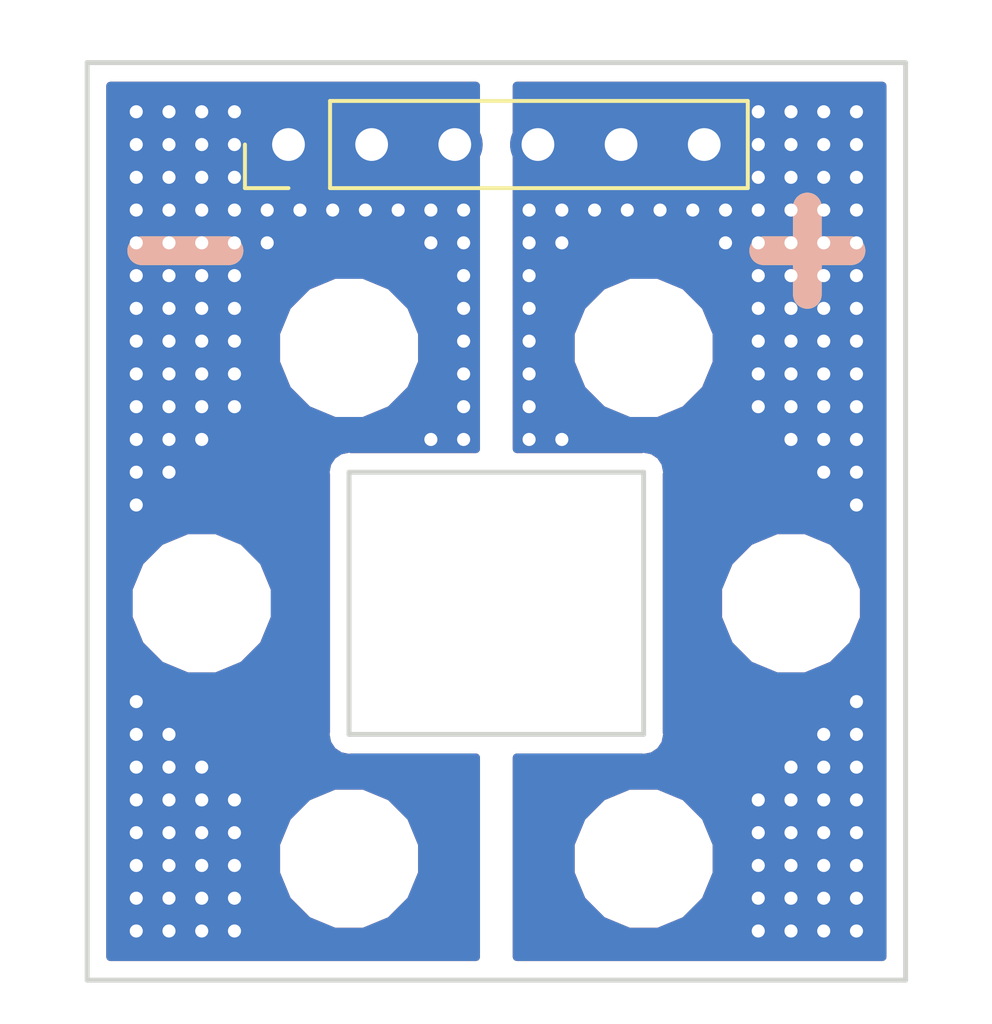
<source format=kicad_pcb>
(kicad_pcb (version 20171130) (host pcbnew 5.0.2-bee76a0~70~ubuntu18.04.1)

  (general
    (thickness 1.6)
    (drawings 13)
    (tracks 178)
    (zones 0)
    (modules 11)
    (nets 3)
  )

  (page A4)
  (layers
    (0 F.Cu signal)
    (31 B.Cu signal)
    (32 B.Adhes user)
    (33 F.Adhes user)
    (34 B.Paste user)
    (35 F.Paste user)
    (36 B.SilkS user)
    (37 F.SilkS user)
    (38 B.Mask user)
    (39 F.Mask user)
    (40 Dwgs.User user)
    (41 Cmts.User user)
    (42 Eco1.User user)
    (43 Eco2.User user)
    (44 Edge.Cuts user)
    (45 Margin user)
    (46 B.CrtYd user)
    (47 F.CrtYd user)
    (48 B.Fab user)
    (49 F.Fab user)
  )

  (setup
    (last_trace_width 0.25)
    (trace_clearance 0.2)
    (zone_clearance 0.508)
    (zone_45_only no)
    (trace_min 0.2)
    (segment_width 0.2)
    (edge_width 0.15)
    (via_size 0.8)
    (via_drill 0.4)
    (via_min_size 0.4)
    (via_min_drill 0.3)
    (uvia_size 0.3)
    (uvia_drill 0.1)
    (uvias_allowed no)
    (uvia_min_size 0.2)
    (uvia_min_drill 0.1)
    (pcb_text_width 0.3)
    (pcb_text_size 1.5 1.5)
    (mod_edge_width 0.15)
    (mod_text_size 1 1)
    (mod_text_width 0.15)
    (pad_size 1.524 1.524)
    (pad_drill 0.762)
    (pad_to_mask_clearance 0.051)
    (solder_mask_min_width 0.25)
    (aux_axis_origin 0 0)
    (visible_elements FFFFFF7F)
    (pcbplotparams
      (layerselection 0x010fc_ffffffff)
      (usegerberextensions false)
      (usegerberattributes false)
      (usegerberadvancedattributes false)
      (creategerberjobfile false)
      (excludeedgelayer true)
      (linewidth 0.100000)
      (plotframeref false)
      (viasonmask false)
      (mode 1)
      (useauxorigin false)
      (hpglpennumber 1)
      (hpglpenspeed 20)
      (hpglpendiameter 15.000000)
      (psnegative false)
      (psa4output false)
      (plotreference true)
      (plotvalue true)
      (plotinvisibletext false)
      (padsonsilk false)
      (subtractmaskfromsilk false)
      (outputformat 1)
      (mirror false)
      (drillshape 1)
      (scaleselection 1)
      (outputdirectory ""))
  )

  (net 0 "")
  (net 1 VEE)
  (net 2 VDD)

  (net_class Default "This is the default net class."
    (clearance 0.2)
    (trace_width 0.25)
    (via_dia 0.8)
    (via_drill 0.4)
    (uvia_dia 0.3)
    (uvia_drill 0.1)
    (add_net VDD)
    (add_net VEE)
  )

  (module MountingHole:MountingHole_3.2mm_M3 (layer F.Cu) (tedit 603AA63E) (tstamp 60504B44)
    (at 141 100)
    (descr "Mounting Hole 3.2mm, no annular, M3")
    (tags "mounting hole 3.2mm no annular m3")
    (path /603A9329)
    (attr virtual)
    (fp_text reference H1 (at 0 -4.2) (layer F.SilkS) hide
      (effects (font (size 1 1) (thickness 0.15)))
    )
    (fp_text value MountingHole (at 0 4.2) (layer F.Fab)
      (effects (font (size 1 1) (thickness 0.15)))
    )
    (fp_text user %R (at 0.3 0) (layer F.Fab)
      (effects (font (size 1 1) (thickness 0.15)))
    )
    (fp_circle (center 0 0) (end 3.2 0) (layer Cmts.User) (width 0.15))
    (fp_circle (center 0 0) (end 3.45 0) (layer F.CrtYd) (width 0.05))
    (pad 1 np_thru_hole circle (at 0 0) (size 3.2 3.2) (drill 3.2) (layers *.Cu *.Mask))
  )

  (module MountingHole:MountingHole_3.2mm_M3 (layer F.Cu) (tedit 603AA639) (tstamp 60504AC6)
    (at 145.5 92.205772)
    (descr "Mounting Hole 3.2mm, no annular, M3")
    (tags "mounting hole 3.2mm no annular m3")
    (path /603A9363)
    (attr virtual)
    (fp_text reference H2 (at 0 -4.2) (layer F.SilkS) hide
      (effects (font (size 1 1) (thickness 0.15)))
    )
    (fp_text value MountingHole (at 0 4.2) (layer F.Fab)
      (effects (font (size 1 1) (thickness 0.15)))
    )
    (fp_circle (center 0 0) (end 3.45 0) (layer F.CrtYd) (width 0.05))
    (fp_circle (center 0 0) (end 3.2 0) (layer Cmts.User) (width 0.15))
    (fp_text user %R (at 0.3 0) (layer F.Fab)
      (effects (font (size 1 1) (thickness 0.15)))
    )
    (pad 1 np_thru_hole circle (at 0 0) (size 3.2 3.2) (drill 3.2) (layers *.Cu *.Mask))
  )

  (module MountingHole:MountingHole_3.2mm_M3 (layer F.Cu) (tedit 603AA631) (tstamp 60504A69)
    (at 154.499999 92.205772)
    (descr "Mounting Hole 3.2mm, no annular, M3")
    (tags "mounting hole 3.2mm no annular m3")
    (path /603A9385)
    (attr virtual)
    (fp_text reference H3 (at 0 -4.2) (layer F.SilkS) hide
      (effects (font (size 1 1) (thickness 0.15)))
    )
    (fp_text value MountingHole (at 0 4.2) (layer F.Fab)
      (effects (font (size 1 1) (thickness 0.15)))
    )
    (fp_text user %R (at 0.3 0) (layer F.Fab)
      (effects (font (size 1 1) (thickness 0.15)))
    )
    (fp_circle (center 0 0) (end 3.2 0) (layer Cmts.User) (width 0.15))
    (fp_circle (center 0 0) (end 3.45 0) (layer F.CrtYd) (width 0.05))
    (pad 1 np_thru_hole circle (at 0 0) (size 3.2 3.2) (drill 3.2) (layers *.Cu *.Mask))
  )

  (module MountingHole:MountingHole_3.2mm_M3 (layer F.Cu) (tedit 603AA62B) (tstamp 60504AB1)
    (at 159 100)
    (descr "Mounting Hole 3.2mm, no annular, M3")
    (tags "mounting hole 3.2mm no annular m3")
    (path /603A93AD)
    (attr virtual)
    (fp_text reference H4 (at 0 -4.2) (layer F.SilkS) hide
      (effects (font (size 1 1) (thickness 0.15)))
    )
    (fp_text value MountingHole (at 0 4.2) (layer F.Fab)
      (effects (font (size 1 1) (thickness 0.15)))
    )
    (fp_circle (center 0 0) (end 3.45 0) (layer F.CrtYd) (width 0.05))
    (fp_circle (center 0 0) (end 3.2 0) (layer Cmts.User) (width 0.15))
    (fp_text user %R (at 0.3 0) (layer F.Fab)
      (effects (font (size 1 1) (thickness 0.15)))
    )
    (pad 1 np_thru_hole circle (at 0 0) (size 3.2 3.2) (drill 3.2) (layers *.Cu *.Mask))
  )

  (module MountingHole:MountingHole_3.2mm_M3 (layer F.Cu) (tedit 603AA652) (tstamp 60504A9C)
    (at 154.5 107.794228)
    (descr "Mounting Hole 3.2mm, no annular, M3")
    (tags "mounting hole 3.2mm no annular m3")
    (path /603A93E7)
    (attr virtual)
    (fp_text reference H5 (at 0 -4.2) (layer F.SilkS) hide
      (effects (font (size 1 1) (thickness 0.15)))
    )
    (fp_text value MountingHole (at 0 4.2) (layer F.Fab)
      (effects (font (size 1 1) (thickness 0.15)))
    )
    (fp_text user %R (at 0.3 0) (layer F.Fab)
      (effects (font (size 1 1) (thickness 0.15)))
    )
    (fp_circle (center 0 0) (end 3.2 0) (layer Cmts.User) (width 0.15))
    (fp_circle (center 0 0) (end 3.45 0) (layer F.CrtYd) (width 0.05))
    (pad 1 np_thru_hole circle (at 0 0) (size 3.2 3.2) (drill 3.2) (layers *.Cu *.Mask))
  )

  (module MountingHole:MountingHole_3.2mm_M3 (layer F.Cu) (tedit 603AA647) (tstamp 60504B2F)
    (at 145.5 107.794228)
    (descr "Mounting Hole 3.2mm, no annular, M3")
    (tags "mounting hole 3.2mm no annular m3")
    (path /603A941B)
    (attr virtual)
    (fp_text reference H6 (at 0 -4.2) (layer F.SilkS) hide
      (effects (font (size 1 1) (thickness 0.15)))
    )
    (fp_text value MountingHole (at 0 4.2) (layer F.Fab)
      (effects (font (size 1 1) (thickness 0.15)))
    )
    (fp_circle (center 0 0) (end 3.45 0) (layer F.CrtYd) (width 0.05))
    (fp_circle (center 0 0) (end 3.2 0) (layer Cmts.User) (width 0.15))
    (fp_text user %R (at 0.3 0) (layer F.Fab)
      (effects (font (size 1 1) (thickness 0.15)))
    )
    (pad 1 np_thru_hole circle (at 0 0) (size 3.2 3.2) (drill 3.2) (layers *.Cu *.Mask))
  )

  (module custom_lib:TE-2286211-3 (layer F.Cu) (tedit 603AA636) (tstamp 60504B16)
    (at 157.1 95.9 210)
    (path /603A958C)
    (fp_text reference J1 (at 0.2 6.04 210) (layer F.SilkS) hide
      (effects (font (size 1 1) (thickness 0.15)))
    )
    (fp_text value SpringConnector (at 0 -4.42 210) (layer F.Fab)
      (effects (font (size 1 1) (thickness 0.15)))
    )
    (fp_line (start -2.9 -0.850001) (end 1.1 -0.85) (layer F.Fab) (width 0.15))
    (fp_line (start 1.1 -0.85) (end 1.1 0.85) (layer F.Fab) (width 0.15))
    (fp_line (start 1.1 0.85) (end -2.9 0.85) (layer F.Fab) (width 0.15))
    (fp_line (start -2.9 0.85) (end -2.9 -0.850001) (layer F.Fab) (width 0.15))
    (pad 1 smd rect (at 0.715 0 210) (size 1.1 1.9) (layers F.Cu F.Paste F.Mask)
      (net 2 VDD))
    (pad 1 smd rect (at -0.71 0 210) (size 0.85 1.9) (layers F.Cu F.Paste F.Mask)
      (net 2 VDD))
  )

  (module custom_lib:TE-2286211-3 (layer F.Cu) (tedit 603AA658) (tstamp 60504AF8)
    (at 157.1 104.1 150)
    (path /603A95DB)
    (fp_text reference J2 (at 0.2 6.04 150) (layer F.SilkS) hide
      (effects (font (size 1 1) (thickness 0.15)))
    )
    (fp_text value SpringConnector (at 0 -4.42 150) (layer F.Fab)
      (effects (font (size 1 1) (thickness 0.15)))
    )
    (fp_line (start -2.9 0.850001) (end -2.9 -0.85) (layer F.Fab) (width 0.15))
    (fp_line (start 1.1 0.85) (end -2.9 0.850001) (layer F.Fab) (width 0.15))
    (fp_line (start 1.1 -0.85) (end 1.1 0.85) (layer F.Fab) (width 0.15))
    (fp_line (start -2.9 -0.85) (end 1.1 -0.85) (layer F.Fab) (width 0.15))
    (pad 1 smd rect (at -0.71 0 150) (size 0.85 1.9) (layers F.Cu F.Paste F.Mask)
      (net 2 VDD))
    (pad 1 smd rect (at 0.715 0 150) (size 1.1 1.9) (layers F.Cu F.Paste F.Mask)
      (net 2 VDD))
  )

  (module custom_lib:TE-2286211-3 (layer F.Cu) (tedit 603AA643) (tstamp 60504A83)
    (at 142.9 95.9 330)
    (path /603A961B)
    (fp_text reference J3 (at 0.2 6.04 330) (layer F.SilkS) hide
      (effects (font (size 1 1) (thickness 0.15)))
    )
    (fp_text value SpringConnector (at 0 -4.42 330) (layer F.Fab)
      (effects (font (size 1 1) (thickness 0.15)))
    )
    (fp_line (start -2.9 -0.85) (end 1.1 -0.85) (layer F.Fab) (width 0.15))
    (fp_line (start 1.1 -0.85) (end 1.1 0.85) (layer F.Fab) (width 0.15))
    (fp_line (start 1.1 0.85) (end -2.9 0.850001) (layer F.Fab) (width 0.15))
    (fp_line (start -2.9 0.850001) (end -2.9 -0.85) (layer F.Fab) (width 0.15))
    (pad 1 smd rect (at 0.715 0 330) (size 1.1 1.9) (layers F.Cu F.Paste F.Mask)
      (net 1 VEE))
    (pad 1 smd rect (at -0.71 0 330) (size 0.85 1.9) (layers F.Cu F.Paste F.Mask)
      (net 1 VEE))
  )

  (module custom_lib:TE-2286211-3 (layer F.Cu) (tedit 603AA64D) (tstamp 60504ADD)
    (at 142.9 104.1 30)
    (path /603A9653)
    (fp_text reference J4 (at 0.2 6.04 30) (layer F.SilkS) hide
      (effects (font (size 1 1) (thickness 0.15)))
    )
    (fp_text value SpringConnector (at 0 -4.42 30) (layer F.Fab)
      (effects (font (size 1 1) (thickness 0.15)))
    )
    (fp_line (start -2.9 0.85) (end -2.9 -0.850001) (layer F.Fab) (width 0.15))
    (fp_line (start 1.1 0.85) (end -2.9 0.85) (layer F.Fab) (width 0.15))
    (fp_line (start 1.1 -0.85) (end 1.1 0.85) (layer F.Fab) (width 0.15))
    (fp_line (start -2.9 -0.850001) (end 1.1 -0.85) (layer F.Fab) (width 0.15))
    (pad 1 smd rect (at -0.71 0 30) (size 0.85 1.9) (layers F.Cu F.Paste F.Mask)
      (net 1 VEE))
    (pad 1 smd rect (at 0.715 0 30) (size 1.1 1.9) (layers F.Cu F.Paste F.Mask)
      (net 1 VEE))
  )

  (module Connector_PinHeader_2.54mm:PinHeader_1x06_P2.54mm_Vertical (layer F.Cu) (tedit 603AA66C) (tstamp 60504EC0)
    (at 143.65 86 90)
    (descr "Through hole straight pin header, 1x06, 2.54mm pitch, single row")
    (tags "Through hole pin header THT 1x06 2.54mm single row")
    (path /603AAC33)
    (fp_text reference J5 (at 0 -2.33 90) (layer F.SilkS) hide
      (effects (font (size 1 1) (thickness 0.15)))
    )
    (fp_text value POWER_LED (at 0 15.03 90) (layer F.Fab)
      (effects (font (size 1 1) (thickness 0.15)))
    )
    (fp_line (start -0.635 -1.27) (end 1.27 -1.27) (layer F.Fab) (width 0.1))
    (fp_line (start 1.27 -1.27) (end 1.27 13.97) (layer F.Fab) (width 0.1))
    (fp_line (start 1.27 13.97) (end -1.27 13.97) (layer F.Fab) (width 0.1))
    (fp_line (start -1.27 13.97) (end -1.27 -0.635) (layer F.Fab) (width 0.1))
    (fp_line (start -1.27 -0.635) (end -0.635 -1.27) (layer F.Fab) (width 0.1))
    (fp_line (start -1.33 14.03) (end 1.33 14.03) (layer F.SilkS) (width 0.12))
    (fp_line (start -1.33 1.27) (end -1.33 14.03) (layer F.SilkS) (width 0.12))
    (fp_line (start 1.33 1.27) (end 1.33 14.03) (layer F.SilkS) (width 0.12))
    (fp_line (start -1.33 1.27) (end 1.33 1.27) (layer F.SilkS) (width 0.12))
    (fp_line (start -1.33 0) (end -1.33 -1.33) (layer F.SilkS) (width 0.12))
    (fp_line (start -1.33 -1.33) (end 0 -1.33) (layer F.SilkS) (width 0.12))
    (fp_line (start -1.8 -1.8) (end -1.8 14.5) (layer F.CrtYd) (width 0.05))
    (fp_line (start -1.8 14.5) (end 1.8 14.5) (layer F.CrtYd) (width 0.05))
    (fp_line (start 1.8 14.5) (end 1.8 -1.8) (layer F.CrtYd) (width 0.05))
    (fp_line (start 1.8 -1.8) (end -1.8 -1.8) (layer F.CrtYd) (width 0.05))
    (fp_text user %R (at 0 6.35 180) (layer F.Fab)
      (effects (font (size 1 1) (thickness 0.15)))
    )
    (pad 1 thru_hole rect (at 0 0 90) (size 1.7 1.7) (drill 1) (layers *.Cu *.Mask)
      (net 1 VEE))
    (pad 2 thru_hole oval (at 0 2.54 90) (size 1.7 1.7) (drill 1) (layers *.Cu *.Mask)
      (net 1 VEE))
    (pad 3 thru_hole oval (at 0 5.08 90) (size 1.7 1.7) (drill 1) (layers *.Cu *.Mask)
      (net 1 VEE))
    (pad 4 thru_hole oval (at 0 7.62 90) (size 1.7 1.7) (drill 1) (layers *.Cu *.Mask)
      (net 2 VDD))
    (pad 5 thru_hole oval (at 0 10.16 90) (size 1.7 1.7) (drill 1) (layers *.Cu *.Mask)
      (net 2 VDD))
    (pad 6 thru_hole oval (at 0 12.7 90) (size 1.7 1.7) (drill 1) (layers *.Cu *.Mask)
      (net 2 VDD))
    (model ${KISYS3DMOD}/Connector_PinHeader_2.54mm.3dshapes/PinHeader_1x06_P2.54mm_Vertical.wrl
      (at (xyz 0 0 0))
      (scale (xyz 1 1 1))
      (rotate (xyz 0 0 0))
    )
  )

  (gr_text + (at 159.5 89) (layer B.SilkS) (tstamp 6050542B)
    (effects (font (size 3.5 3.5) (thickness 0.875)))
  )
  (gr_text - (at 140.5 89) (layer B.SilkS) (tstamp 6050534E)
    (effects (font (size 3.5 3.5) (thickness 0.875)))
  )
  (gr_text - (at 140.5 89) (layer F.SilkS) (tstamp 6050523E)
    (effects (font (size 3.5 3.5) (thickness 0.875)))
  )
  (gr_text + (at 159.5 89) (layer F.SilkS)
    (effects (font (size 3.5 3.5) (thickness 0.875)))
  )
  (gr_line (start 162.5 83.5) (end 137.5 83.5) (layer Edge.Cuts) (width 0.15))
  (gr_line (start 162.5 111.5) (end 162.5 83.5) (layer Edge.Cuts) (width 0.15))
  (gr_line (start 137.5 111.5) (end 162.5 111.5) (layer Edge.Cuts) (width 0.15))
  (gr_line (start 137.5 83.5) (end 137.5 111.5) (layer Edge.Cuts) (width 0.15))
  (gr_line (start 145.5 104) (end 145.5 96) (layer Edge.Cuts) (width 0.15) (tstamp 60504A5A))
  (gr_line (start 154.5 104) (end 145.5 104) (layer Edge.Cuts) (width 0.15) (tstamp 60504B0B))
  (gr_line (start 154.5 96) (end 154.5 104) (layer Edge.Cuts) (width 0.15) (tstamp 60504A60))
  (gr_line (start 145.5 96) (end 154.5 96) (layer Edge.Cuts) (width 0.15) (tstamp 60504A5D))
  (gr_circle (center 150 100) (end 159 100) (layer Dwgs.User) (width 0.2) (tstamp 60504A78))

  (via (at 139 85) (size 0.8) (drill 0.4) (layers F.Cu B.Cu) (net 1))
  (via (at 140 85) (size 0.8) (drill 0.4) (layers F.Cu B.Cu) (net 1))
  (via (at 141 85) (size 0.8) (drill 0.4) (layers F.Cu B.Cu) (net 1))
  (via (at 141 86) (size 0.8) (drill 0.4) (layers F.Cu B.Cu) (net 1))
  (via (at 140 86) (size 0.8) (drill 0.4) (layers F.Cu B.Cu) (net 1))
  (via (at 139 86) (size 0.8) (drill 0.4) (layers F.Cu B.Cu) (net 1))
  (via (at 139 87) (size 0.8) (drill 0.4) (layers F.Cu B.Cu) (net 1))
  (via (at 140 87) (size 0.8) (drill 0.4) (layers F.Cu B.Cu) (net 1))
  (via (at 141 87) (size 0.8) (drill 0.4) (layers F.Cu B.Cu) (net 1))
  (via (at 141 88) (size 0.8) (drill 0.4) (layers F.Cu B.Cu) (net 1))
  (via (at 140 88) (size 0.8) (drill 0.4) (layers F.Cu B.Cu) (net 1))
  (via (at 139 88) (size 0.8) (drill 0.4) (layers F.Cu B.Cu) (net 1))
  (via (at 142 88) (size 0.8) (drill 0.4) (layers F.Cu B.Cu) (net 1))
  (via (at 143 88) (size 0.8) (drill 0.4) (layers F.Cu B.Cu) (net 1))
  (via (at 144 88) (size 0.8) (drill 0.4) (layers F.Cu B.Cu) (net 1))
  (via (at 145 88) (size 0.8) (drill 0.4) (layers F.Cu B.Cu) (net 1))
  (via (at 146 88) (size 0.8) (drill 0.4) (layers F.Cu B.Cu) (net 1))
  (via (at 147 88) (size 0.8) (drill 0.4) (layers F.Cu B.Cu) (net 1))
  (via (at 148 88) (size 0.8) (drill 0.4) (layers F.Cu B.Cu) (net 1))
  (via (at 149 88) (size 0.8) (drill 0.4) (layers F.Cu B.Cu) (net 1))
  (via (at 149 89) (size 0.8) (drill 0.4) (layers F.Cu B.Cu) (net 1))
  (via (at 148 89) (size 0.8) (drill 0.4) (layers F.Cu B.Cu) (net 1))
  (via (at 143 89) (size 0.8) (drill 0.4) (layers F.Cu B.Cu) (net 1))
  (via (at 142 89) (size 0.8) (drill 0.4) (layers F.Cu B.Cu) (net 1))
  (via (at 141 89) (size 0.8) (drill 0.4) (layers F.Cu B.Cu) (net 1))
  (via (at 140 89) (size 0.8) (drill 0.4) (layers F.Cu B.Cu) (net 1))
  (via (at 139 89) (size 0.8) (drill 0.4) (layers F.Cu B.Cu) (net 1))
  (via (at 139 90) (size 0.8) (drill 0.4) (layers F.Cu B.Cu) (net 1))
  (via (at 140 90) (size 0.8) (drill 0.4) (layers F.Cu B.Cu) (net 1))
  (via (at 141 90) (size 0.8) (drill 0.4) (layers F.Cu B.Cu) (net 1))
  (via (at 142 90) (size 0.8) (drill 0.4) (layers F.Cu B.Cu) (net 1))
  (via (at 149 90) (size 0.8) (drill 0.4) (layers F.Cu B.Cu) (net 1))
  (via (at 149 91) (size 0.8) (drill 0.4) (layers F.Cu B.Cu) (net 1))
  (via (at 149 93) (size 0.8) (drill 0.4) (layers F.Cu B.Cu) (net 1))
  (via (at 149 92) (size 0.8) (drill 0.4) (layers F.Cu B.Cu) (net 1))
  (via (at 142 91) (size 0.8) (drill 0.4) (layers F.Cu B.Cu) (net 1))
  (via (at 141 91) (size 0.8) (drill 0.4) (layers F.Cu B.Cu) (net 1))
  (via (at 140 91) (size 0.8) (drill 0.4) (layers F.Cu B.Cu) (net 1))
  (via (at 139 91) (size 0.8) (drill 0.4) (layers F.Cu B.Cu) (net 1))
  (via (at 139 92) (size 0.8) (drill 0.4) (layers F.Cu B.Cu) (net 1))
  (via (at 140 92) (size 0.8) (drill 0.4) (layers F.Cu B.Cu) (net 1))
  (via (at 141 92) (size 0.8) (drill 0.4) (layers F.Cu B.Cu) (net 1))
  (via (at 142 92) (size 0.8) (drill 0.4) (layers F.Cu B.Cu) (net 1))
  (via (at 142 93) (size 0.8) (drill 0.4) (layers F.Cu B.Cu) (net 1))
  (via (at 141 93) (size 0.8) (drill 0.4) (layers F.Cu B.Cu) (net 1))
  (via (at 140 93) (size 0.8) (drill 0.4) (layers F.Cu B.Cu) (net 1))
  (via (at 139 93) (size 0.8) (drill 0.4) (layers F.Cu B.Cu) (net 1))
  (via (at 139 94) (size 0.8) (drill 0.4) (layers F.Cu B.Cu) (net 1))
  (via (at 140 94) (size 0.8) (drill 0.4) (layers F.Cu B.Cu) (net 1))
  (via (at 141 94) (size 0.8) (drill 0.4) (layers F.Cu B.Cu) (net 1))
  (via (at 142 94) (size 0.8) (drill 0.4) (layers F.Cu B.Cu) (net 1))
  (via (at 141 95) (size 0.8) (drill 0.4) (layers F.Cu B.Cu) (net 1))
  (via (at 140 95) (size 0.8) (drill 0.4) (layers F.Cu B.Cu) (net 1))
  (via (at 139 95) (size 0.8) (drill 0.4) (layers F.Cu B.Cu) (net 1))
  (via (at 139 96) (size 0.8) (drill 0.4) (layers F.Cu B.Cu) (net 1))
  (via (at 140 96) (size 0.8) (drill 0.4) (layers F.Cu B.Cu) (net 1))
  (via (at 148 95) (size 0.8) (drill 0.4) (layers F.Cu B.Cu) (net 1))
  (via (at 149 95) (size 0.8) (drill 0.4) (layers F.Cu B.Cu) (net 1))
  (via (at 149 94) (size 0.8) (drill 0.4) (layers F.Cu B.Cu) (net 1))
  (via (at 139 97) (size 0.8) (drill 0.4) (layers F.Cu B.Cu) (net 1))
  (via (at 139 103) (size 0.8) (drill 0.4) (layers F.Cu B.Cu) (net 1))
  (via (at 140 104) (size 0.8) (drill 0.4) (layers F.Cu B.Cu) (net 1))
  (via (at 139 104) (size 0.8) (drill 0.4) (layers F.Cu B.Cu) (net 1))
  (via (at 139 105) (size 0.8) (drill 0.4) (layers F.Cu B.Cu) (net 1))
  (via (at 140 105) (size 0.8) (drill 0.4) (layers F.Cu B.Cu) (net 1))
  (via (at 141 105) (size 0.8) (drill 0.4) (layers F.Cu B.Cu) (net 1))
  (via (at 142 106) (size 0.8) (drill 0.4) (layers F.Cu B.Cu) (net 1))
  (via (at 141 106) (size 0.8) (drill 0.4) (layers F.Cu B.Cu) (net 1))
  (via (at 140 106) (size 0.8) (drill 0.4) (layers F.Cu B.Cu) (net 1))
  (via (at 139 106) (size 0.8) (drill 0.4) (layers F.Cu B.Cu) (net 1))
  (via (at 139 107) (size 0.8) (drill 0.4) (layers F.Cu B.Cu) (net 1))
  (via (at 140 107) (size 0.8) (drill 0.4) (layers F.Cu B.Cu) (net 1))
  (via (at 141 107) (size 0.8) (drill 0.4) (layers F.Cu B.Cu) (net 1))
  (via (at 142 107) (size 0.8) (drill 0.4) (layers F.Cu B.Cu) (net 1))
  (via (at 142 108) (size 0.8) (drill 0.4) (layers F.Cu B.Cu) (net 1))
  (via (at 141 108) (size 0.8) (drill 0.4) (layers F.Cu B.Cu) (net 1))
  (via (at 140 108) (size 0.8) (drill 0.4) (layers F.Cu B.Cu) (net 1))
  (via (at 139 108) (size 0.8) (drill 0.4) (layers F.Cu B.Cu) (net 1))
  (via (at 139 109) (size 0.8) (drill 0.4) (layers F.Cu B.Cu) (net 1))
  (via (at 140 109) (size 0.8) (drill 0.4) (layers F.Cu B.Cu) (net 1))
  (via (at 141 109) (size 0.8) (drill 0.4) (layers F.Cu B.Cu) (net 1))
  (via (at 142 109) (size 0.8) (drill 0.4) (layers F.Cu B.Cu) (net 1))
  (via (at 139 110) (size 0.8) (drill 0.4) (layers F.Cu B.Cu) (net 1))
  (via (at 140 110) (size 0.8) (drill 0.4) (layers F.Cu B.Cu) (net 1))
  (via (at 141 110) (size 0.8) (drill 0.4) (layers F.Cu B.Cu) (net 1))
  (via (at 142 110) (size 0.8) (drill 0.4) (layers F.Cu B.Cu) (net 1))
  (via (at 142 87) (size 0.8) (drill 0.4) (layers F.Cu B.Cu) (net 1))
  (via (at 142 86) (size 0.8) (drill 0.4) (layers F.Cu B.Cu) (net 1))
  (via (at 142 85) (size 0.8) (drill 0.4) (layers F.Cu B.Cu) (net 1))
  (via (at 158 110) (size 0.8) (drill 0.4) (layers F.Cu B.Cu) (net 2))
  (via (at 159 110) (size 0.8) (drill 0.4) (layers F.Cu B.Cu) (net 2))
  (via (at 160 110) (size 0.8) (drill 0.4) (layers F.Cu B.Cu) (net 2))
  (via (at 161 110) (size 0.8) (drill 0.4) (layers F.Cu B.Cu) (net 2))
  (via (at 161 109) (size 0.8) (drill 0.4) (layers F.Cu B.Cu) (net 2))
  (via (at 160 109) (size 0.8) (drill 0.4) (layers F.Cu B.Cu) (net 2))
  (via (at 159 109) (size 0.8) (drill 0.4) (layers F.Cu B.Cu) (net 2))
  (via (at 158 109) (size 0.8) (drill 0.4) (layers F.Cu B.Cu) (net 2))
  (via (at 158 108) (size 0.8) (drill 0.4) (layers F.Cu B.Cu) (net 2))
  (via (at 159 108) (size 0.8) (drill 0.4) (layers F.Cu B.Cu) (net 2))
  (via (at 160 108) (size 0.8) (drill 0.4) (layers F.Cu B.Cu) (net 2))
  (via (at 161 108) (size 0.8) (drill 0.4) (layers F.Cu B.Cu) (net 2))
  (via (at 161 107) (size 0.8) (drill 0.4) (layers F.Cu B.Cu) (net 2))
  (via (at 160 107) (size 0.8) (drill 0.4) (layers F.Cu B.Cu) (net 2))
  (via (at 159 107) (size 0.8) (drill 0.4) (layers F.Cu B.Cu) (net 2))
  (via (at 158 107) (size 0.8) (drill 0.4) (layers F.Cu B.Cu) (net 2))
  (via (at 158 106) (size 0.8) (drill 0.4) (layers F.Cu B.Cu) (net 2))
  (via (at 159 106) (size 0.8) (drill 0.4) (layers F.Cu B.Cu) (net 2))
  (via (at 160 106) (size 0.8) (drill 0.4) (layers F.Cu B.Cu) (net 2))
  (via (at 161 106) (size 0.8) (drill 0.4) (layers F.Cu B.Cu) (net 2))
  (via (at 161 105) (size 0.8) (drill 0.4) (layers F.Cu B.Cu) (net 2))
  (via (at 160 105) (size 0.8) (drill 0.4) (layers F.Cu B.Cu) (net 2))
  (via (at 159 105) (size 0.8) (drill 0.4) (layers F.Cu B.Cu) (net 2))
  (via (at 160 104) (size 0.8) (drill 0.4) (layers F.Cu B.Cu) (net 2))
  (via (at 161 104) (size 0.8) (drill 0.4) (layers F.Cu B.Cu) (net 2))
  (via (at 161 103) (size 0.8) (drill 0.4) (layers F.Cu B.Cu) (net 2))
  (via (at 161 97) (size 0.8) (drill 0.4) (layers F.Cu B.Cu) (net 2))
  (via (at 161 96) (size 0.8) (drill 0.4) (layers F.Cu B.Cu) (net 2))
  (via (at 160 96) (size 0.8) (drill 0.4) (layers F.Cu B.Cu) (net 2))
  (via (at 159 95) (size 0.8) (drill 0.4) (layers F.Cu B.Cu) (net 2))
  (via (at 160 95) (size 0.8) (drill 0.4) (layers F.Cu B.Cu) (net 2))
  (via (at 161 95) (size 0.8) (drill 0.4) (layers F.Cu B.Cu) (net 2))
  (via (at 161 94) (size 0.8) (drill 0.4) (layers F.Cu B.Cu) (net 2))
  (via (at 160 94) (size 0.8) (drill 0.4) (layers F.Cu B.Cu) (net 2))
  (via (at 159 94) (size 0.8) (drill 0.4) (layers F.Cu B.Cu) (net 2))
  (via (at 158 94) (size 0.8) (drill 0.4) (layers F.Cu B.Cu) (net 2))
  (via (at 158 93) (size 0.8) (drill 0.4) (layers F.Cu B.Cu) (net 2))
  (via (at 159 93) (size 0.8) (drill 0.4) (layers F.Cu B.Cu) (net 2))
  (via (at 160 93) (size 0.8) (drill 0.4) (layers F.Cu B.Cu) (net 2))
  (via (at 161 93) (size 0.8) (drill 0.4) (layers F.Cu B.Cu) (net 2))
  (via (at 161 92) (size 0.8) (drill 0.4) (layers F.Cu B.Cu) (net 2))
  (via (at 160 92) (size 0.8) (drill 0.4) (layers F.Cu B.Cu) (net 2))
  (via (at 159 92) (size 0.8) (drill 0.4) (layers F.Cu B.Cu) (net 2))
  (via (at 158 92) (size 0.8) (drill 0.4) (layers F.Cu B.Cu) (net 2))
  (via (at 158 91) (size 0.8) (drill 0.4) (layers F.Cu B.Cu) (net 2))
  (via (at 159 91) (size 0.8) (drill 0.4) (layers F.Cu B.Cu) (net 2))
  (via (at 160 91) (size 0.8) (drill 0.4) (layers F.Cu B.Cu) (net 2))
  (via (at 161 91) (size 0.8) (drill 0.4) (layers F.Cu B.Cu) (net 2))
  (via (at 161 90) (size 0.8) (drill 0.4) (layers F.Cu B.Cu) (net 2))
  (via (at 160 90) (size 0.8) (drill 0.4) (layers F.Cu B.Cu) (net 2))
  (via (at 159 90) (size 0.8) (drill 0.4) (layers F.Cu B.Cu) (net 2))
  (via (at 158 90) (size 0.8) (drill 0.4) (layers F.Cu B.Cu) (net 2))
  (via (at 157 89) (size 0.8) (drill 0.4) (layers F.Cu B.Cu) (net 2))
  (via (at 158 89) (size 0.8) (drill 0.4) (layers F.Cu B.Cu) (net 2))
  (via (at 159 89) (size 0.8) (drill 0.4) (layers F.Cu B.Cu) (net 2))
  (via (at 160 89) (size 0.8) (drill 0.4) (layers F.Cu B.Cu) (net 2))
  (via (at 161 89) (size 0.8) (drill 0.4) (layers F.Cu B.Cu) (net 2))
  (via (at 161 88) (size 0.8) (drill 0.4) (layers F.Cu B.Cu) (net 2))
  (via (at 160 88) (size 0.8) (drill 0.4) (layers F.Cu B.Cu) (net 2))
  (via (at 159 88) (size 0.8) (drill 0.4) (layers F.Cu B.Cu) (net 2))
  (via (at 159 87) (size 0.8) (drill 0.4) (layers F.Cu B.Cu) (net 2))
  (via (at 160 87) (size 0.8) (drill 0.4) (layers F.Cu B.Cu) (net 2))
  (via (at 161 87) (size 0.8) (drill 0.4) (layers F.Cu B.Cu) (net 2))
  (via (at 161 86) (size 0.8) (drill 0.4) (layers F.Cu B.Cu) (net 2))
  (via (at 161 85) (size 0.8) (drill 0.4) (layers F.Cu B.Cu) (net 2))
  (via (at 160 85) (size 0.8) (drill 0.4) (layers F.Cu B.Cu) (net 2))
  (via (at 160 86) (size 0.8) (drill 0.4) (layers F.Cu B.Cu) (net 2))
  (via (at 159 86) (size 0.8) (drill 0.4) (layers F.Cu B.Cu) (net 2))
  (via (at 159 85) (size 0.8) (drill 0.4) (layers F.Cu B.Cu) (net 2))
  (via (at 158 85) (size 0.8) (drill 0.4) (layers F.Cu B.Cu) (net 2))
  (via (at 158 86) (size 0.8) (drill 0.4) (layers F.Cu B.Cu) (net 2))
  (via (at 158 87) (size 0.8) (drill 0.4) (layers F.Cu B.Cu) (net 2))
  (via (at 158 88) (size 0.8) (drill 0.4) (layers F.Cu B.Cu) (net 2))
  (via (at 157 88) (size 0.8) (drill 0.4) (layers F.Cu B.Cu) (net 2))
  (via (at 156 88) (size 0.8) (drill 0.4) (layers F.Cu B.Cu) (net 2))
  (via (at 155 88) (size 0.8) (drill 0.4) (layers F.Cu B.Cu) (net 2))
  (via (at 154 88) (size 0.8) (drill 0.4) (layers F.Cu B.Cu) (net 2))
  (via (at 153 88) (size 0.8) (drill 0.4) (layers F.Cu B.Cu) (net 2))
  (via (at 152 88) (size 0.8) (drill 0.4) (layers F.Cu B.Cu) (net 2))
  (via (at 151 88) (size 0.8) (drill 0.4) (layers F.Cu B.Cu) (net 2))
  (via (at 151 89) (size 0.8) (drill 0.4) (layers F.Cu B.Cu) (net 2))
  (via (at 152 89) (size 0.8) (drill 0.4) (layers F.Cu B.Cu) (net 2))
  (via (at 151 90) (size 0.8) (drill 0.4) (layers F.Cu B.Cu) (net 2))
  (via (at 151 91) (size 0.8) (drill 0.4) (layers F.Cu B.Cu) (net 2))
  (via (at 151 92) (size 0.8) (drill 0.4) (layers F.Cu B.Cu) (net 2))
  (via (at 151 93) (size 0.8) (drill 0.4) (layers F.Cu B.Cu) (net 2))
  (via (at 151 94) (size 0.8) (drill 0.4) (layers F.Cu B.Cu) (net 2))
  (via (at 151 95) (size 0.8) (drill 0.4) (layers F.Cu B.Cu) (net 2))
  (via (at 152 95) (size 0.8) (drill 0.4) (layers F.Cu B.Cu) (net 2))

  (zone (net 1) (net_name VEE) (layer F.Cu) (tstamp 60505060) (hatch edge 0.508)
    (connect_pads yes (clearance 0.508))
    (min_thickness 0.254)
    (fill yes (arc_segments 16) (thermal_gap 0.508) (thermal_bridge_width 0.508))
    (polygon
      (pts
        (xy 149.5 84) (xy 138 84) (xy 138 111) (xy 149.5 111)
      )
    )
    (filled_polygon
      (pts
        (xy 149.373 95.29) (xy 145.569926 95.29) (xy 145.5 95.276091) (xy 145.430075 95.29) (xy 145.430074 95.29)
        (xy 145.222972 95.331195) (xy 144.988119 95.488119) (xy 144.831195 95.722972) (xy 144.776091 96) (xy 144.790001 96.069931)
        (xy 144.79 103.930074) (xy 144.776091 104) (xy 144.831195 104.277028) (xy 144.988119 104.511881) (xy 145.222972 104.668805)
        (xy 145.5 104.723909) (xy 145.569925 104.71) (xy 149.373 104.71) (xy 149.373 110.79) (xy 138.21 110.79)
        (xy 138.21 107.349659) (xy 143.265 107.349659) (xy 143.265 108.238797) (xy 143.605259 109.060254) (xy 144.233974 109.688969)
        (xy 145.055431 110.029228) (xy 145.944569 110.029228) (xy 146.766026 109.688969) (xy 147.394741 109.060254) (xy 147.735 108.238797)
        (xy 147.735 107.349659) (xy 147.394741 106.528202) (xy 146.766026 105.899487) (xy 145.944569 105.559228) (xy 145.055431 105.559228)
        (xy 144.233974 105.899487) (xy 143.605259 106.528202) (xy 143.265 107.349659) (xy 138.21 107.349659) (xy 138.21 99.555431)
        (xy 138.765 99.555431) (xy 138.765 100.444569) (xy 139.105259 101.266026) (xy 139.733974 101.894741) (xy 140.555431 102.235)
        (xy 141.444569 102.235) (xy 142.266026 101.894741) (xy 142.894741 101.266026) (xy 143.235 100.444569) (xy 143.235 99.555431)
        (xy 142.894741 98.733974) (xy 142.266026 98.105259) (xy 141.444569 97.765) (xy 140.555431 97.765) (xy 139.733974 98.105259)
        (xy 139.105259 98.733974) (xy 138.765 99.555431) (xy 138.21 99.555431) (xy 138.21 91.761203) (xy 143.265 91.761203)
        (xy 143.265 92.650341) (xy 143.605259 93.471798) (xy 144.233974 94.100513) (xy 145.055431 94.440772) (xy 145.944569 94.440772)
        (xy 146.766026 94.100513) (xy 147.394741 93.471798) (xy 147.735 92.650341) (xy 147.735 91.761203) (xy 147.394741 90.939746)
        (xy 146.766026 90.311031) (xy 145.944569 89.970772) (xy 145.055431 89.970772) (xy 144.233974 90.311031) (xy 143.605259 90.939746)
        (xy 143.265 91.761203) (xy 138.21 91.761203) (xy 138.21 84.21) (xy 149.373 84.21)
      )
    )
  )
  (zone (net 2) (net_name VDD) (layer F.Cu) (tstamp 6050505D) (hatch edge 0.508)
    (connect_pads yes (clearance 0.508))
    (min_thickness 0.254)
    (fill yes (arc_segments 16) (thermal_gap 0.508) (thermal_bridge_width 0.508))
    (polygon
      (pts
        (xy 162 84) (xy 150.5 84) (xy 150.5 111) (xy 162 111)
      )
    )
    (filled_polygon
      (pts
        (xy 161.79 110.79) (xy 150.627 110.79) (xy 150.627 107.349659) (xy 152.265 107.349659) (xy 152.265 108.238797)
        (xy 152.605259 109.060254) (xy 153.233974 109.688969) (xy 154.055431 110.029228) (xy 154.944569 110.029228) (xy 155.766026 109.688969)
        (xy 156.394741 109.060254) (xy 156.735 108.238797) (xy 156.735 107.349659) (xy 156.394741 106.528202) (xy 155.766026 105.899487)
        (xy 154.944569 105.559228) (xy 154.055431 105.559228) (xy 153.233974 105.899487) (xy 152.605259 106.528202) (xy 152.265 107.349659)
        (xy 150.627 107.349659) (xy 150.627 104.71) (xy 154.430075 104.71) (xy 154.5 104.723909) (xy 154.777028 104.668805)
        (xy 155.011881 104.511881) (xy 155.168805 104.277028) (xy 155.21 104.069926) (xy 155.21 104.069925) (xy 155.223909 104)
        (xy 155.21 103.930074) (xy 155.21 99.555431) (xy 156.765 99.555431) (xy 156.765 100.444569) (xy 157.105259 101.266026)
        (xy 157.733974 101.894741) (xy 158.555431 102.235) (xy 159.444569 102.235) (xy 160.266026 101.894741) (xy 160.894741 101.266026)
        (xy 161.235 100.444569) (xy 161.235 99.555431) (xy 160.894741 98.733974) (xy 160.266026 98.105259) (xy 159.444569 97.765)
        (xy 158.555431 97.765) (xy 157.733974 98.105259) (xy 157.105259 98.733974) (xy 156.765 99.555431) (xy 155.21 99.555431)
        (xy 155.21 96.069926) (xy 155.223909 96) (xy 155.168805 95.722972) (xy 155.011881 95.488119) (xy 154.777028 95.331195)
        (xy 154.569926 95.29) (xy 154.569925 95.29) (xy 154.5 95.276091) (xy 154.430074 95.29) (xy 150.627 95.29)
        (xy 150.627 91.761203) (xy 152.264999 91.761203) (xy 152.264999 92.650341) (xy 152.605258 93.471798) (xy 153.233973 94.100513)
        (xy 154.05543 94.440772) (xy 154.944568 94.440772) (xy 155.766025 94.100513) (xy 156.39474 93.471798) (xy 156.734999 92.650341)
        (xy 156.734999 91.761203) (xy 156.39474 90.939746) (xy 155.766025 90.311031) (xy 154.944568 89.970772) (xy 154.05543 89.970772)
        (xy 153.233973 90.311031) (xy 152.605258 90.939746) (xy 152.264999 91.761203) (xy 150.627 91.761203) (xy 150.627 84.21)
        (xy 161.790001 84.21)
      )
    )
  )
  (zone (net 1) (net_name VEE) (layer B.Cu) (tstamp 6050510B) (hatch edge 0.508)
    (connect_pads yes (clearance 0.508))
    (min_thickness 0.254)
    (fill yes (arc_segments 16) (thermal_gap 0.508) (thermal_bridge_width 0.508))
    (polygon
      (pts
        (xy 149.5 84) (xy 138 84) (xy 138 111) (xy 149.5 111)
      )
    )
    (filled_polygon
      (pts
        (xy 149.373 95.29) (xy 145.569926 95.29) (xy 145.5 95.276091) (xy 145.430075 95.29) (xy 145.430074 95.29)
        (xy 145.222972 95.331195) (xy 144.988119 95.488119) (xy 144.831195 95.722972) (xy 144.776091 96) (xy 144.790001 96.069931)
        (xy 144.79 103.930074) (xy 144.776091 104) (xy 144.831195 104.277028) (xy 144.988119 104.511881) (xy 145.222972 104.668805)
        (xy 145.5 104.723909) (xy 145.569925 104.71) (xy 149.373 104.71) (xy 149.373 110.79) (xy 138.21 110.79)
        (xy 138.21 107.349659) (xy 143.265 107.349659) (xy 143.265 108.238797) (xy 143.605259 109.060254) (xy 144.233974 109.688969)
        (xy 145.055431 110.029228) (xy 145.944569 110.029228) (xy 146.766026 109.688969) (xy 147.394741 109.060254) (xy 147.735 108.238797)
        (xy 147.735 107.349659) (xy 147.394741 106.528202) (xy 146.766026 105.899487) (xy 145.944569 105.559228) (xy 145.055431 105.559228)
        (xy 144.233974 105.899487) (xy 143.605259 106.528202) (xy 143.265 107.349659) (xy 138.21 107.349659) (xy 138.21 99.555431)
        (xy 138.765 99.555431) (xy 138.765 100.444569) (xy 139.105259 101.266026) (xy 139.733974 101.894741) (xy 140.555431 102.235)
        (xy 141.444569 102.235) (xy 142.266026 101.894741) (xy 142.894741 101.266026) (xy 143.235 100.444569) (xy 143.235 99.555431)
        (xy 142.894741 98.733974) (xy 142.266026 98.105259) (xy 141.444569 97.765) (xy 140.555431 97.765) (xy 139.733974 98.105259)
        (xy 139.105259 98.733974) (xy 138.765 99.555431) (xy 138.21 99.555431) (xy 138.21 91.761203) (xy 143.265 91.761203)
        (xy 143.265 92.650341) (xy 143.605259 93.471798) (xy 144.233974 94.100513) (xy 145.055431 94.440772) (xy 145.944569 94.440772)
        (xy 146.766026 94.100513) (xy 147.394741 93.471798) (xy 147.735 92.650341) (xy 147.735 91.761203) (xy 147.394741 90.939746)
        (xy 146.766026 90.311031) (xy 145.944569 89.970772) (xy 145.055431 89.970772) (xy 144.233974 90.311031) (xy 143.605259 90.939746)
        (xy 143.265 91.761203) (xy 138.21 91.761203) (xy 138.21 84.21) (xy 149.373 84.21)
      )
    )
  )
  (zone (net 2) (net_name VDD) (layer B.Cu) (tstamp 60505172) (hatch edge 0.508)
    (connect_pads yes (clearance 0.508))
    (min_thickness 0.254)
    (fill yes (arc_segments 16) (thermal_gap 0.508) (thermal_bridge_width 0.508))
    (polygon
      (pts
        (xy 162 84) (xy 150.5 84) (xy 150.5 111) (xy 162 111)
      )
    )
    (filled_polygon
      (pts
        (xy 161.79 110.79) (xy 150.627 110.79) (xy 150.627 107.349659) (xy 152.265 107.349659) (xy 152.265 108.238797)
        (xy 152.605259 109.060254) (xy 153.233974 109.688969) (xy 154.055431 110.029228) (xy 154.944569 110.029228) (xy 155.766026 109.688969)
        (xy 156.394741 109.060254) (xy 156.735 108.238797) (xy 156.735 107.349659) (xy 156.394741 106.528202) (xy 155.766026 105.899487)
        (xy 154.944569 105.559228) (xy 154.055431 105.559228) (xy 153.233974 105.899487) (xy 152.605259 106.528202) (xy 152.265 107.349659)
        (xy 150.627 107.349659) (xy 150.627 104.71) (xy 154.430075 104.71) (xy 154.5 104.723909) (xy 154.777028 104.668805)
        (xy 155.011881 104.511881) (xy 155.168805 104.277028) (xy 155.21 104.069926) (xy 155.21 104.069925) (xy 155.223909 104)
        (xy 155.21 103.930074) (xy 155.21 99.555431) (xy 156.765 99.555431) (xy 156.765 100.444569) (xy 157.105259 101.266026)
        (xy 157.733974 101.894741) (xy 158.555431 102.235) (xy 159.444569 102.235) (xy 160.266026 101.894741) (xy 160.894741 101.266026)
        (xy 161.235 100.444569) (xy 161.235 99.555431) (xy 160.894741 98.733974) (xy 160.266026 98.105259) (xy 159.444569 97.765)
        (xy 158.555431 97.765) (xy 157.733974 98.105259) (xy 157.105259 98.733974) (xy 156.765 99.555431) (xy 155.21 99.555431)
        (xy 155.21 96.069926) (xy 155.223909 96) (xy 155.168805 95.722972) (xy 155.011881 95.488119) (xy 154.777028 95.331195)
        (xy 154.569926 95.29) (xy 154.569925 95.29) (xy 154.5 95.276091) (xy 154.430074 95.29) (xy 150.627 95.29)
        (xy 150.627 91.761203) (xy 152.264999 91.761203) (xy 152.264999 92.650341) (xy 152.605258 93.471798) (xy 153.233973 94.100513)
        (xy 154.05543 94.440772) (xy 154.944568 94.440772) (xy 155.766025 94.100513) (xy 156.39474 93.471798) (xy 156.734999 92.650341)
        (xy 156.734999 91.761203) (xy 156.39474 90.939746) (xy 155.766025 90.311031) (xy 154.944568 89.970772) (xy 154.05543 89.970772)
        (xy 153.233973 90.311031) (xy 152.605258 90.939746) (xy 152.264999 91.761203) (xy 150.627 91.761203) (xy 150.627 84.21)
        (xy 161.790001 84.21)
      )
    )
  )
)

</source>
